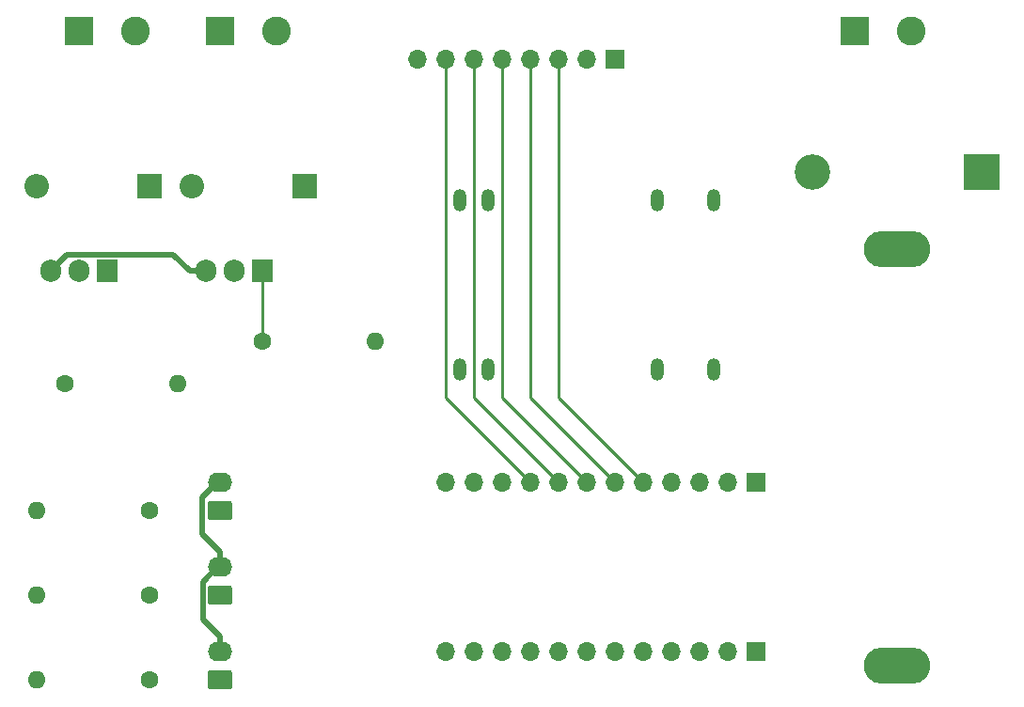
<source format=gbr>
%TF.GenerationSoftware,KiCad,Pcbnew,5.1.4+dfsg1-1*%
%TF.CreationDate,2019-12-03T13:40:21+10:00*%
%TF.ProjectId,Actuators,41637475-6174-46f7-9273-2e6b69636164,1*%
%TF.SameCoordinates,Original*%
%TF.FileFunction,Copper,L2,Bot*%
%TF.FilePolarity,Positive*%
%FSLAX46Y46*%
G04 Gerber Fmt 4.6, Leading zero omitted, Abs format (unit mm)*
G04 Created by KiCad (PCBNEW 5.1.4+dfsg1-1) date 2019-12-03 13:40:21*
%MOMM*%
%LPD*%
G04 APERTURE LIST*
%ADD10O,2.200000X1.740000*%
%ADD11C,0.100000*%
%ADD12C,1.740000*%
%ADD13O,1.200000X2.000000*%
%ADD14O,6.000000X3.250000*%
%ADD15O,1.600000X1.600000*%
%ADD16C,1.600000*%
%ADD17C,2.600000*%
%ADD18R,2.600000X2.600000*%
%ADD19O,1.700000X1.700000*%
%ADD20R,1.700000X1.700000*%
%ADD21O,1.905000X2.000000*%
%ADD22R,1.905000X2.000000*%
%ADD23O,3.200000X3.200000*%
%ADD24R,3.200000X3.200000*%
%ADD25O,2.200000X2.200000*%
%ADD26R,2.200000X2.200000*%
%ADD27C,0.500000*%
%ADD28C,0.250000*%
G04 APERTURE END LIST*
D10*
X102870000Y-115570000D03*
D11*
G36*
X103744505Y-117241204D02*
G01*
X103768773Y-117244804D01*
X103792572Y-117250765D01*
X103815671Y-117259030D01*
X103837850Y-117269520D01*
X103858893Y-117282132D01*
X103878599Y-117296747D01*
X103896777Y-117313223D01*
X103913253Y-117331401D01*
X103927868Y-117351107D01*
X103940480Y-117372150D01*
X103950970Y-117394329D01*
X103959235Y-117417428D01*
X103965196Y-117441227D01*
X103968796Y-117465495D01*
X103970000Y-117489999D01*
X103970000Y-118730001D01*
X103968796Y-118754505D01*
X103965196Y-118778773D01*
X103959235Y-118802572D01*
X103950970Y-118825671D01*
X103940480Y-118847850D01*
X103927868Y-118868893D01*
X103913253Y-118888599D01*
X103896777Y-118906777D01*
X103878599Y-118923253D01*
X103858893Y-118937868D01*
X103837850Y-118950480D01*
X103815671Y-118960970D01*
X103792572Y-118969235D01*
X103768773Y-118975196D01*
X103744505Y-118978796D01*
X103720001Y-118980000D01*
X102019999Y-118980000D01*
X101995495Y-118978796D01*
X101971227Y-118975196D01*
X101947428Y-118969235D01*
X101924329Y-118960970D01*
X101902150Y-118950480D01*
X101881107Y-118937868D01*
X101861401Y-118923253D01*
X101843223Y-118906777D01*
X101826747Y-118888599D01*
X101812132Y-118868893D01*
X101799520Y-118847850D01*
X101789030Y-118825671D01*
X101780765Y-118802572D01*
X101774804Y-118778773D01*
X101771204Y-118754505D01*
X101770000Y-118730001D01*
X101770000Y-117489999D01*
X101771204Y-117465495D01*
X101774804Y-117441227D01*
X101780765Y-117417428D01*
X101789030Y-117394329D01*
X101799520Y-117372150D01*
X101812132Y-117351107D01*
X101826747Y-117331401D01*
X101843223Y-117313223D01*
X101861401Y-117296747D01*
X101881107Y-117282132D01*
X101902150Y-117269520D01*
X101924329Y-117259030D01*
X101947428Y-117250765D01*
X101971227Y-117244804D01*
X101995495Y-117241204D01*
X102019999Y-117240000D01*
X103720001Y-117240000D01*
X103744505Y-117241204D01*
X103744505Y-117241204D01*
G37*
D12*
X102870000Y-118110000D03*
D13*
X124460000Y-74930000D03*
X124460000Y-90170000D03*
X127000000Y-74930000D03*
X127000000Y-90170000D03*
X142240000Y-74930000D03*
X142240000Y-90170000D03*
X147320000Y-74930000D03*
X147320000Y-90170000D03*
D14*
X163830000Y-116840000D03*
X163830000Y-79340000D03*
D10*
X102870000Y-107950000D03*
D11*
G36*
X103744505Y-109621204D02*
G01*
X103768773Y-109624804D01*
X103792572Y-109630765D01*
X103815671Y-109639030D01*
X103837850Y-109649520D01*
X103858893Y-109662132D01*
X103878599Y-109676747D01*
X103896777Y-109693223D01*
X103913253Y-109711401D01*
X103927868Y-109731107D01*
X103940480Y-109752150D01*
X103950970Y-109774329D01*
X103959235Y-109797428D01*
X103965196Y-109821227D01*
X103968796Y-109845495D01*
X103970000Y-109869999D01*
X103970000Y-111110001D01*
X103968796Y-111134505D01*
X103965196Y-111158773D01*
X103959235Y-111182572D01*
X103950970Y-111205671D01*
X103940480Y-111227850D01*
X103927868Y-111248893D01*
X103913253Y-111268599D01*
X103896777Y-111286777D01*
X103878599Y-111303253D01*
X103858893Y-111317868D01*
X103837850Y-111330480D01*
X103815671Y-111340970D01*
X103792572Y-111349235D01*
X103768773Y-111355196D01*
X103744505Y-111358796D01*
X103720001Y-111360000D01*
X102019999Y-111360000D01*
X101995495Y-111358796D01*
X101971227Y-111355196D01*
X101947428Y-111349235D01*
X101924329Y-111340970D01*
X101902150Y-111330480D01*
X101881107Y-111317868D01*
X101861401Y-111303253D01*
X101843223Y-111286777D01*
X101826747Y-111268599D01*
X101812132Y-111248893D01*
X101799520Y-111227850D01*
X101789030Y-111205671D01*
X101780765Y-111182572D01*
X101774804Y-111158773D01*
X101771204Y-111134505D01*
X101770000Y-111110001D01*
X101770000Y-109869999D01*
X101771204Y-109845495D01*
X101774804Y-109821227D01*
X101780765Y-109797428D01*
X101789030Y-109774329D01*
X101799520Y-109752150D01*
X101812132Y-109731107D01*
X101826747Y-109711401D01*
X101843223Y-109693223D01*
X101861401Y-109676747D01*
X101881107Y-109662132D01*
X101902150Y-109649520D01*
X101924329Y-109639030D01*
X101947428Y-109630765D01*
X101971227Y-109624804D01*
X101995495Y-109621204D01*
X102019999Y-109620000D01*
X103720001Y-109620000D01*
X103744505Y-109621204D01*
X103744505Y-109621204D01*
G37*
D12*
X102870000Y-110490000D03*
D10*
X102870000Y-100330000D03*
D11*
G36*
X103744505Y-102001204D02*
G01*
X103768773Y-102004804D01*
X103792572Y-102010765D01*
X103815671Y-102019030D01*
X103837850Y-102029520D01*
X103858893Y-102042132D01*
X103878599Y-102056747D01*
X103896777Y-102073223D01*
X103913253Y-102091401D01*
X103927868Y-102111107D01*
X103940480Y-102132150D01*
X103950970Y-102154329D01*
X103959235Y-102177428D01*
X103965196Y-102201227D01*
X103968796Y-102225495D01*
X103970000Y-102249999D01*
X103970000Y-103490001D01*
X103968796Y-103514505D01*
X103965196Y-103538773D01*
X103959235Y-103562572D01*
X103950970Y-103585671D01*
X103940480Y-103607850D01*
X103927868Y-103628893D01*
X103913253Y-103648599D01*
X103896777Y-103666777D01*
X103878599Y-103683253D01*
X103858893Y-103697868D01*
X103837850Y-103710480D01*
X103815671Y-103720970D01*
X103792572Y-103729235D01*
X103768773Y-103735196D01*
X103744505Y-103738796D01*
X103720001Y-103740000D01*
X102019999Y-103740000D01*
X101995495Y-103738796D01*
X101971227Y-103735196D01*
X101947428Y-103729235D01*
X101924329Y-103720970D01*
X101902150Y-103710480D01*
X101881107Y-103697868D01*
X101861401Y-103683253D01*
X101843223Y-103666777D01*
X101826747Y-103648599D01*
X101812132Y-103628893D01*
X101799520Y-103607850D01*
X101789030Y-103585671D01*
X101780765Y-103562572D01*
X101774804Y-103538773D01*
X101771204Y-103514505D01*
X101770000Y-103490001D01*
X101770000Y-102249999D01*
X101771204Y-102225495D01*
X101774804Y-102201227D01*
X101780765Y-102177428D01*
X101789030Y-102154329D01*
X101799520Y-102132150D01*
X101812132Y-102111107D01*
X101826747Y-102091401D01*
X101843223Y-102073223D01*
X101861401Y-102056747D01*
X101881107Y-102042132D01*
X101902150Y-102029520D01*
X101924329Y-102019030D01*
X101947428Y-102010765D01*
X101971227Y-102004804D01*
X101995495Y-102001204D01*
X102019999Y-102000000D01*
X103720001Y-102000000D01*
X103744505Y-102001204D01*
X103744505Y-102001204D01*
G37*
D12*
X102870000Y-102870000D03*
D15*
X86360000Y-118110000D03*
D16*
X96520000Y-118110000D03*
D15*
X86360000Y-110490000D03*
D16*
X96520000Y-110490000D03*
D15*
X86360000Y-102870000D03*
D16*
X96520000Y-102870000D03*
D17*
X95250000Y-59690000D03*
D18*
X90170000Y-59690000D03*
D17*
X165100000Y-59690000D03*
D18*
X160020000Y-59690000D03*
D15*
X99060000Y-91440000D03*
D16*
X88900000Y-91440000D03*
D15*
X116840000Y-87630000D03*
D16*
X106680000Y-87630000D03*
D17*
X107950000Y-59690000D03*
D18*
X102870000Y-59690000D03*
D19*
X120650000Y-62230000D03*
X123190000Y-62230000D03*
X125730000Y-62230000D03*
X128270000Y-62230000D03*
X130810000Y-62230000D03*
X133350000Y-62230000D03*
X135890000Y-62230000D03*
D20*
X138430000Y-62230000D03*
D21*
X87630000Y-81280000D03*
X90170000Y-81280000D03*
D22*
X92710000Y-81280000D03*
D21*
X101600000Y-81280000D03*
X104140000Y-81280000D03*
D22*
X106680000Y-81280000D03*
D19*
X123190000Y-115570000D03*
X125730000Y-115570000D03*
X128270000Y-115570000D03*
X130810000Y-115570000D03*
X133350000Y-115570000D03*
X135890000Y-115570000D03*
X138430000Y-115570000D03*
X140970000Y-115570000D03*
X143510000Y-115570000D03*
X146050000Y-115570000D03*
X148590000Y-115570000D03*
D20*
X151130000Y-115570000D03*
D19*
X123190000Y-100330000D03*
X125730000Y-100330000D03*
X128270000Y-100330000D03*
X130810000Y-100330000D03*
X133350000Y-100330000D03*
X135890000Y-100330000D03*
X138430000Y-100330000D03*
X140970000Y-100330000D03*
X143510000Y-100330000D03*
X146050000Y-100330000D03*
X148590000Y-100330000D03*
D20*
X151130000Y-100330000D03*
D23*
X156210000Y-72390000D03*
D24*
X171450000Y-72390000D03*
D25*
X86360000Y-73660000D03*
D26*
X96520000Y-73660000D03*
D25*
X100330000Y-73660000D03*
D26*
X110490000Y-73660000D03*
D27*
X89082500Y-79780000D02*
X87630000Y-81232500D01*
X98647500Y-79780000D02*
X89082500Y-79780000D01*
X87630000Y-81232500D02*
X87630000Y-81280000D01*
X100147500Y-81280000D02*
X98647500Y-79780000D01*
X101600000Y-81280000D02*
X100147500Y-81280000D01*
D28*
X123190000Y-92710000D02*
X130810000Y-100330000D01*
X123190000Y-62230000D02*
X123190000Y-92710000D01*
X125730000Y-92710000D02*
X133350000Y-100330000D01*
X125730000Y-62230000D02*
X125730000Y-92710000D01*
X128270000Y-92710000D02*
X135890000Y-100330000D01*
X128270000Y-62230000D02*
X128270000Y-92710000D01*
X130810000Y-92710000D02*
X138430000Y-100330000D01*
X130810000Y-62230000D02*
X130810000Y-92710000D01*
X133350000Y-92710000D02*
X140970000Y-100330000D01*
X133350000Y-62230000D02*
X133350000Y-92710000D01*
X106680000Y-87630000D02*
X106680000Y-81280000D01*
D27*
X102870000Y-106580000D02*
X102870000Y-107950000D01*
X101270000Y-104980000D02*
X102870000Y-106580000D01*
X101270000Y-101700000D02*
X101270000Y-104980000D01*
X102640000Y-100330000D02*
X101270000Y-101700000D01*
X102870000Y-100330000D02*
X102640000Y-100330000D01*
X102870000Y-114200000D02*
X102870000Y-115570000D01*
X101319990Y-112649990D02*
X102870000Y-114200000D01*
X101319990Y-109270010D02*
X101319990Y-112649990D01*
X102640000Y-107950000D02*
X101319990Y-109270010D01*
X102870000Y-107950000D02*
X102640000Y-107950000D01*
M02*

</source>
